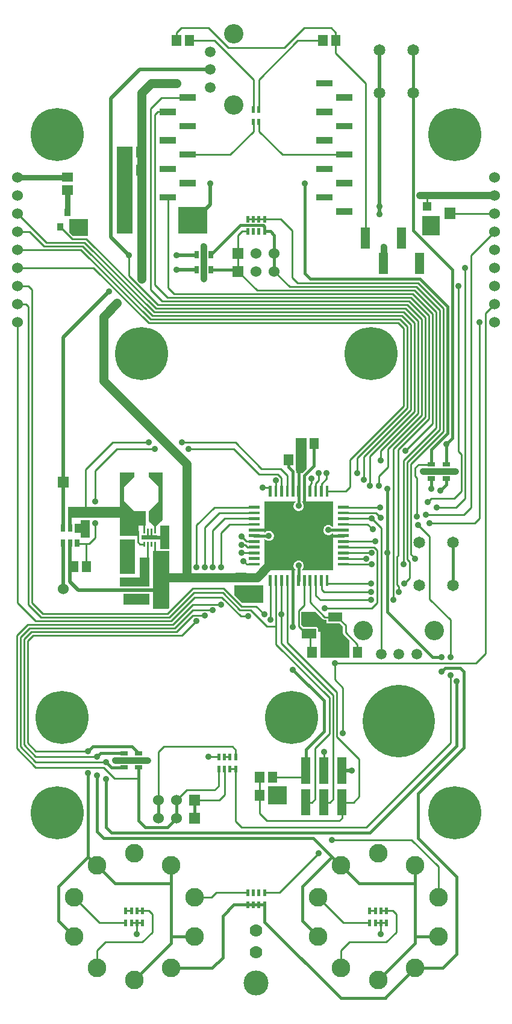
<source format=gbr>
G04 start of page 2 for group 0 idx 0 *
G04 Title: (unknown), top *
G04 Creator: pcb 20140316 *
G04 CreationDate: Thu 09 Feb 2017 01:57:55 AM GMT UTC *
G04 For: railfan *
G04 Format: Gerber/RS-274X *
G04 PCB-Dimensions (mil): 2750.00 5500.00 *
G04 PCB-Coordinate-Origin: lower left *
%MOIN*%
%FSLAX25Y25*%
%LNTOP*%
%ADD48C,0.1180*%
%ADD47C,0.0870*%
%ADD46C,0.0390*%
%ADD45C,0.2500*%
%ADD44C,0.0730*%
%ADD43C,0.1285*%
%ADD42C,0.0380*%
%ADD41C,0.0360*%
%ADD40R,0.0340X0.0340*%
%ADD39R,0.0630X0.0630*%
%ADD38R,0.0350X0.0350*%
%ADD37R,0.0470X0.0470*%
%ADD36R,0.0500X0.0500*%
%ADD35R,0.0240X0.0240*%
%ADD34R,0.0167X0.0167*%
%ADD33R,0.0230X0.0230*%
%ADD32R,0.0240X0.0240*%
%ADD31R,0.0197X0.0197*%
%ADD30R,0.0098X0.0098*%
%ADD29R,0.0512X0.0512*%
%ADD28R,0.0157X0.0157*%
%ADD27C,0.1380*%
%ADD26C,0.0700*%
%ADD25C,0.0650*%
%ADD24C,0.1070*%
%ADD23C,0.0590*%
%ADD22C,0.4000*%
%ADD21C,0.1030*%
%ADD20C,0.2937*%
%ADD19C,0.0600*%
%ADD18C,0.0300*%
%ADD17C,0.0400*%
%ADD16C,0.0350*%
%ADD15C,0.0150*%
%ADD14C,0.0500*%
%ADD13C,0.0100*%
%ADD12C,0.0200*%
%ADD11C,0.0001*%
G54D11*G36*
X81500Y271000D02*X78500Y274000D01*
Y278000D01*
X85000D01*
Y274500D01*
X81500Y271000D01*
G37*
G36*
X94500Y447000D02*X110500D01*
Y432500D01*
X94500D01*
Y447000D01*
G37*
G36*
X69000Y480500D02*Y432500D01*
X60500D01*
Y480500D01*
X69000D01*
G37*
G36*
X34000Y433221D02*Y440500D01*
X44500D01*
Y431000D01*
X43559D01*
X43500Y431005D01*
X43441Y431000D01*
X36221D01*
X34000Y433221D01*
G37*
G36*
X142000Y284500D02*X159250D01*
Y284188D01*
X159014Y283986D01*
X158728Y283651D01*
X158497Y283275D01*
X158329Y282868D01*
X158226Y282439D01*
X158191Y282000D01*
X158226Y281561D01*
X158329Y281132D01*
X158497Y280725D01*
X158728Y280349D01*
X159014Y280014D01*
X159349Y279728D01*
X159725Y279497D01*
X160132Y279329D01*
X160561Y279226D01*
X161000Y279191D01*
X161439Y279226D01*
X161868Y279329D01*
X162275Y279497D01*
X162651Y279728D01*
X162986Y280014D01*
X163272Y280349D01*
X163503Y280725D01*
X163671Y281132D01*
X163774Y281561D01*
X163800Y282000D01*
X163774Y282439D01*
X163671Y282868D01*
X163503Y283275D01*
X163272Y283651D01*
X162986Y283986D01*
X162750Y284188D01*
Y284500D01*
X180000D01*
Y270399D01*
X179688D01*
X179486Y270635D01*
X179151Y270921D01*
X178775Y271151D01*
X178368Y271320D01*
X177939Y271423D01*
X177500Y271457D01*
X177061Y271423D01*
X176632Y271320D01*
X176225Y271151D01*
X175849Y270921D01*
X175514Y270635D01*
X175228Y270300D01*
X174997Y269924D01*
X174829Y269517D01*
X174726Y269088D01*
X174691Y268649D01*
X174726Y268209D01*
X174829Y267781D01*
X174997Y267374D01*
X175228Y266998D01*
X175514Y266663D01*
X175849Y266377D01*
X176225Y266146D01*
X176632Y265978D01*
X177061Y265875D01*
X177500Y265840D01*
X177939Y265875D01*
X178368Y265978D01*
X178775Y266146D01*
X179151Y266377D01*
X179486Y266663D01*
X179688Y266899D01*
X180000D01*
Y246500D01*
X162750D01*
Y246812D01*
X162986Y247014D01*
X163272Y247349D01*
X163503Y247725D01*
X163671Y248132D01*
X163774Y248561D01*
X163800Y249000D01*
X163774Y249439D01*
X163671Y249868D01*
X163503Y250275D01*
X163272Y250651D01*
X162986Y250986D01*
X162651Y251272D01*
X162275Y251503D01*
X161868Y251671D01*
X161439Y251774D01*
X161000Y251809D01*
X160561Y251774D01*
X160132Y251671D01*
X159725Y251503D01*
X159349Y251272D01*
X159014Y250986D01*
X158728Y250651D01*
X158497Y250275D01*
X158329Y249868D01*
X158226Y249439D01*
X158191Y249000D01*
X158226Y248561D01*
X158329Y248132D01*
X158497Y247725D01*
X158728Y247349D01*
X159014Y247014D01*
X159250Y246812D01*
Y246500D01*
X142000D01*
Y263750D01*
X142312D01*
X142514Y263514D01*
X142849Y263228D01*
X143225Y262997D01*
X143632Y262829D01*
X144061Y262726D01*
X144500Y262691D01*
X144939Y262726D01*
X145368Y262829D01*
X145775Y262997D01*
X146151Y263228D01*
X146486Y263514D01*
X146772Y263849D01*
X147003Y264225D01*
X147171Y264632D01*
X147274Y265061D01*
X147300Y265500D01*
X147274Y265939D01*
X147171Y266368D01*
X147003Y266775D01*
X146772Y267151D01*
X146486Y267486D01*
X146151Y267772D01*
X145775Y268003D01*
X145368Y268171D01*
X144939Y268274D01*
X144500Y268309D01*
X144061Y268274D01*
X143632Y268171D01*
X143225Y268003D01*
X142849Y267772D01*
X142514Y267486D01*
X142312Y267250D01*
X142000D01*
Y284500D01*
G37*
G36*
X173000Y198000D02*Y214500D01*
X185500D01*
Y212059D01*
X185495Y212000D01*
X185514Y211765D01*
X185569Y211535D01*
X185659Y211317D01*
X185783Y211116D01*
X185783Y211115D01*
X185936Y210936D01*
X185981Y210898D01*
X189000Y207879D01*
Y198000D01*
X173000D01*
G37*
G36*
X162621Y223500D02*X170379D01*
X174398Y219481D01*
X174436Y219436D01*
X174615Y219283D01*
X174616Y219283D01*
X174817Y219159D01*
X175035Y219069D01*
X175265Y219014D01*
X175500Y218995D01*
X175559Y219000D01*
X176000D01*
Y212500D01*
X171647D01*
X171644Y214188D01*
X171607Y214341D01*
X171547Y214486D01*
X171465Y214621D01*
X171362Y214740D01*
X171243Y214843D01*
X171108Y214925D01*
X170963Y214985D01*
X170810Y215022D01*
X170653Y215031D01*
X163598Y215023D01*
X162500Y216121D01*
Y223379D01*
X162621Y223500D01*
G37*
G36*
X174500Y213000D02*Y219000D01*
X175441D01*
X175500Y218995D01*
X175559Y219000D01*
X176354D01*
X176356Y217812D01*
X176393Y217659D01*
X176453Y217514D01*
X176535Y217379D01*
X176638Y217260D01*
X176757Y217157D01*
X176892Y217075D01*
X177037Y217015D01*
X177190Y216978D01*
X177347Y216969D01*
X183902Y216977D01*
X185500Y215379D01*
Y213000D01*
X174500D01*
G37*
G36*
X144000Y127000D02*X154500D01*
Y117000D01*
X144000D01*
Y127000D01*
G37*
G36*
X229500Y442000D02*X239000D01*
Y431500D01*
X229500D01*
Y442000D01*
G37*
G36*
X159500Y319500D02*X165500D01*
Y302475D01*
X163025Y300000D01*
X159601D01*
Y301080D01*
X159607Y301149D01*
X159585Y301423D01*
X159585Y301423D01*
X159521Y301691D01*
X159500Y301741D01*
Y319500D01*
G37*
G36*
X84500Y258000D02*Y271000D01*
X89500D01*
Y258000D01*
X84500D01*
G37*
G36*
X62000Y244500D02*Y263500D01*
X70500D01*
Y262059D01*
X70495Y262000D01*
X70500Y261941D01*
Y244500D01*
X62000D01*
G37*
G36*
X78500Y237500D02*X73000D01*
Y253500D01*
X78500D01*
Y237500D01*
G37*
G36*
X62000D02*Y242500D01*
X78500D01*
Y237500D01*
X62000D01*
G37*
G36*
X33500Y281500D02*X65500D01*
Y275500D01*
X33500D01*
Y281500D01*
G37*
G36*
X71000Y279000D02*X76500D01*
Y271000D01*
X71000D01*
Y279000D01*
G37*
G36*
X62000Y265500D02*Y279000D01*
X72500D01*
Y265500D01*
X62000D01*
G37*
G36*
X37000Y272000D02*X45500D01*
Y267000D01*
X37000D01*
Y272000D01*
G37*
G36*
X45500Y274000D02*Y264500D01*
X40500D01*
Y274000D01*
X45500D01*
G37*
G36*
X80500Y225000D02*Y257000D01*
X89500D01*
Y225621D01*
X88879Y225000D01*
X80500D01*
G37*
G36*
X78500Y233500D02*Y227500D01*
X64000D01*
Y233500D01*
X78500D01*
G37*
G36*
X125500Y238000D02*X141500D01*
Y228500D01*
X129621D01*
X125500Y232621D01*
Y238000D01*
G37*
G54D12*X30600Y261500D02*Y236000D01*
X34500Y269700D02*Y278000D01*
Y261500D02*Y240000D01*
X39000Y235500D02*X85500D01*
G54D13*X89500Y220500D02*X18500D01*
X90500Y218500D02*X15500D01*
X13000Y212500D02*X93500D01*
G54D12*X34500Y240000D02*X39000Y235500D01*
G54D13*X19500Y222500D02*X13500Y228500D01*
X18500Y220500D02*X11500Y227500D01*
X5500Y228500D02*X15500Y218500D01*
X48500Y264500D02*X45000Y261000D01*
X43543Y248500D02*Y261000D01*
X48500Y264500D02*Y272500D01*
X45000Y261000D02*X38400D01*
G54D14*X138000Y242500D02*X86000D01*
G54D13*X118000Y267000D02*Y248000D01*
X113500Y268500D02*Y248000D01*
X109000Y270000D02*Y248000D01*
X145252Y240815D02*Y219000D01*
X137500Y226500D02*X142000Y222000D01*
X134500Y224500D02*X143500Y215500D01*
X148401D01*
X137500Y226500D02*X129500D01*
X134500Y224500D02*X128500D01*
X133000Y221000D02*X129000D01*
X129500Y226500D02*X119500Y236500D01*
X128500Y224500D02*X119000Y234000D01*
X129000Y221000D02*X118500Y231500D01*
X91500Y216500D02*X102500Y227500D01*
X92500Y214500D02*X102500Y224500D01*
X93500Y212500D02*X102500Y221500D01*
Y227500D02*X118000D01*
X102500Y224500D02*X113500D01*
X102500Y221500D02*X109000D01*
X90500Y218500D02*X103500Y231500D01*
X118500D01*
X89500Y220500D02*X103000Y234000D01*
X88500Y222500D02*X102500Y236500D01*
X103000Y234000D02*X119000D01*
X102500Y236500D02*X119500D01*
G54D12*X78500Y264500D02*X87000D01*
G54D13*X81453Y260858D02*Y255500D01*
X77516Y260858D02*Y250500D01*
X72000Y268000D02*Y262000D01*
X73142Y260858D02*X72000Y262000D01*
X73142Y260858D02*X75547D01*
Y277500D02*Y268142D01*
X79484D02*Y264500D01*
X85000Y280500D02*Y274500D01*
X81453Y270953D02*X85000Y274500D01*
X78500Y278000D02*Y273906D01*
X81453Y270953D02*X78500Y273906D01*
X81453Y278950D02*Y268142D01*
X83500Y146000D02*X86500Y149000D01*
X96500Y210500D02*X104500Y218500D01*
X170448Y240815D02*Y232552D01*
X173000Y230000D01*
X206657Y200000D02*Y269843D01*
X201552Y274948D01*
X206500Y275500D02*X203902Y278098D01*
X185685D01*
X193543Y201000D02*Y205457D01*
X187000Y212000D01*
Y216000D01*
X181472Y221528D01*
X182000Y179000D02*Y154500D01*
X178000Y176000D02*Y156000D01*
X170000Y148000D02*Y120000D01*
X182000Y154500D02*X194500Y142000D01*
X180000Y177500D02*Y120000D01*
X175000Y135740D02*Y146000D01*
X185500Y156500D02*Y181500D01*
G54D15*X175000Y157500D02*X165000Y147500D01*
Y135740D01*
G54D13*X178000Y156000D02*X170000Y148000D01*
G54D15*X175000Y157500D02*Y174350D01*
G54D13*X86500Y149000D02*X124500D01*
X126224Y147276D01*
Y143348D01*
X119925Y136652D02*Y122425D01*
X116776Y136652D02*Y127276D01*
X114500Y125000D01*
X99000D01*
X154700Y206300D02*X182000Y179000D01*
X185500Y181500D02*X181000Y186000D01*
Y195000D01*
X148401Y205599D02*X178000Y176000D01*
X151551Y205949D02*X180000Y177500D01*
G54D15*X175000Y174350D02*X157850Y191500D01*
G54D13*X167500Y201000D02*Y211500D01*
G54D15*X179500Y88244D02*X163000Y71744D01*
X194316Y73428D02*X169244Y98500D01*
G54D13*X179500Y97500D02*X223500D01*
G54D15*X163000Y71744D02*Y52898D01*
X171713Y44185D01*
G54D13*X200276Y51652D02*X185877D01*
X171713Y65816D01*
X209500Y41000D02*X189000D01*
X184428Y36428D01*
Y26684D01*
X200276Y58348D02*X203425D01*
Y51652D02*X209724D01*
X206575Y58348D02*X213152D01*
G54D15*X194316Y73428D02*X225572D01*
G54D13*X206575Y51652D02*Y45500D01*
X213152Y58348D02*X215000Y56500D01*
Y46500D01*
X209500Y41000D01*
G54D15*X205001Y20000D02*X225572Y40571D01*
X208888Y10000D02*X225572Y26684D01*
X238287Y44184D02*X225572D01*
X208944Y10056D02*X184444D01*
X142224Y52276D01*
Y61652D01*
X227000Y98500D02*Y123000D01*
Y98500D02*X248500Y77000D01*
G54D13*X223500Y97500D02*X238287Y82713D01*
Y65815D01*
G54D15*X225572Y83316D02*Y40571D01*
X248500Y77000D02*Y34500D01*
X240684Y26684D01*
X225572D01*
G54D13*X15500Y146500D02*X44500D01*
G54D15*X47000Y149000D01*
G54D13*X11000Y151000D02*X15500Y146500D01*
X9000Y150000D02*X15500Y143500D01*
X49500D02*X15500D01*
G54D15*X49500D02*X51400Y145400D01*
X64300D01*
X47000Y149000D02*X68900D01*
G54D13*X14000Y210500D02*X96500D01*
X15500Y140500D02*X54500D01*
G54D15*X57400Y137600D01*
X64300D01*
G54D13*X15500Y137500D02*X53000D01*
X11000Y207500D02*Y151000D01*
X9000Y208500D02*Y150000D01*
X7000Y209500D02*Y149000D01*
X5000Y210500D02*Y148000D01*
X7000Y149000D02*X15500Y140500D01*
X5000Y148000D02*X15500Y137500D01*
X53000D02*X59000Y131500D01*
X194500Y142000D02*Y121500D01*
X245000Y188500D02*Y151000D01*
X198500Y104500D02*X245000Y151000D01*
G54D15*X248500Y185000D02*Y149500D01*
X200500Y101500D02*X248500Y149500D01*
X227000Y123000D02*X252500Y148500D01*
G54D13*X194500Y121500D02*X191260Y118260D01*
X185000D01*
Y109500D02*Y118260D01*
G54D15*X252500Y148500D02*Y190500D01*
X240000D02*X242000Y192500D01*
X250500D01*
X252500Y190500D01*
X93500Y109500D02*Y119500D01*
X103500Y109500D02*Y119500D01*
X83500Y109500D02*Y119500D01*
X72500Y137600D02*Y108000D01*
X76000Y104500D01*
G54D13*X83500Y119500D02*Y146000D01*
G54D12*X190500Y135740D02*X185000D01*
G54D13*X146543Y132000D02*X165000D01*
G54D15*X200500Y101500D02*X57500D01*
G54D13*X139543Y111957D02*X143500Y108000D01*
X183500D02*X185000Y109500D01*
X126224Y107776D02*X129500Y104500D01*
G54D15*X76000D02*X88500D01*
X93500Y109500D01*
G54D13*X139543Y132000D02*Y111957D01*
X126224Y136652D02*Y107776D01*
X119925Y122425D02*X117000Y119500D01*
X103500D01*
X99000Y125000D02*X93500Y119500D01*
X198500Y104500D02*X129500D01*
X143500Y108000D02*X183500D01*
X170000Y120000D02*X168260Y118260D01*
X165000D01*
X180000Y120000D02*X178260Y118260D01*
X175000D01*
X111124Y143348D02*X116776D01*
X119925D02*X123075D01*
X126224Y136652D02*X123075D01*
G54D16*X59400Y141500D02*X77400D01*
G54D15*X68900Y149000D02*X72500Y145400D01*
G54D13*X65276Y58348D02*X68425D01*
Y51652D02*X74724D01*
X71575D02*Y45500D01*
X78152Y58348D02*X80000Y56500D01*
G54D15*X103287Y44184D02*X90572D01*
X119000Y55500D02*Y32500D01*
X113184Y26684D01*
X90572D01*
G54D13*X80000Y56500D02*Y46500D01*
X74500Y41000D01*
G54D15*X70001Y20000D02*X90572Y40571D01*
Y83316D02*Y40571D01*
G54D13*X71575Y58348D02*X78152D01*
G54D15*X59316Y73428D02*X90572D01*
X44500Y88244D02*X28000Y71744D01*
Y52898D01*
X36713Y44185D01*
G54D13*X65276Y51652D02*X50877D01*
X36713Y65816D01*
X74500Y41000D02*X54000D01*
X49428Y36428D01*
Y26684D01*
X132776Y68348D02*X115348D01*
X112815Y65815D01*
X103287D01*
G54D15*X142224Y61652D02*X125152D01*
X119000Y55500D01*
X53000Y98500D02*X169244D01*
G54D13*X142224Y68348D02*X150348D01*
X172000Y90000D01*
G54D15*X44500Y88244D02*X59316Y73428D01*
X53000Y98500D02*X49500Y102000D01*
X57500Y101500D02*X54500Y104500D01*
X49500Y102000D02*Y133000D01*
X54500Y104500D02*Y131000D01*
X44500Y134500D02*Y88244D01*
G54D13*X59000Y131500D02*X72500D01*
X77516Y268142D02*Y264500D01*
G54D15*X177500Y268649D02*X185685D01*
X136315Y265500D02*X144500D01*
X179500D02*X185685D01*
X136315Y268650D02*X142500D01*
G54D13*X104500Y271500D02*Y248000D01*
X136315Y256052D02*X129500D01*
X136315Y259201D02*X132799D01*
X131500Y260500D01*
X129500D01*
X136315Y262351D02*X132149D01*
X129500Y265000D01*
X233500D02*X227000Y271500D01*
X216000Y254500D02*X215500Y254000D01*
X154700Y206300D02*Y240815D01*
X151551Y205949D02*Y240815D01*
X148401Y205599D02*Y240815D01*
G54D15*X157850D02*Y215000D01*
G54D13*X167299Y240815D02*Y228701D01*
X215500Y254000D02*Y238500D01*
X216500Y237500D01*
Y234500D01*
X167299Y228701D02*X175500Y220500D01*
X164149Y227149D02*X161000Y224000D01*
Y215500D01*
X165028Y211472D01*
X175500Y220500D02*X180783D01*
X233500Y230500D02*X245000Y219000D01*
Y198500D01*
G54D15*X210000Y223500D02*X235000Y198500D01*
X240000D01*
G54D13*X164149Y240815D02*Y227149D01*
X136315Y271800D02*X122800D01*
X118000Y267000D01*
X136315Y274949D02*X119949D01*
X136315Y278099D02*X117099D01*
X136315Y281248D02*X114248D01*
X119949Y274949D02*X113500Y268500D01*
X117099Y278099D02*X109000Y270000D01*
X114248Y281248D02*X104500Y271500D01*
X247000Y286000D02*X251000Y290000D01*
G54D15*X161000Y240815D02*Y249000D01*
Y290185D02*Y282000D01*
X157850Y240815D02*Y247000D01*
X164150Y290185D02*Y284000D01*
G54D14*X144500Y249000D02*X138000Y242500D01*
G54D13*X136315Y249752D02*X132248D01*
X130500Y251500D01*
X269500Y443500D02*X244750D01*
G54D17*X228000Y453500D02*X269500D01*
G54D15*X224350Y533800D02*Y434150D01*
G54D13*X231950Y447400D02*Y453500D01*
X256500Y420500D02*X269500Y433500D01*
G54D15*X228000Y407500D02*X167500D01*
G54D12*X205650Y533800D02*Y447500D01*
G54D16*X208000Y415913D02*Y425000D01*
G54D13*X198000Y430087D02*Y504543D01*
Y504500D02*Y515500D01*
G54D12*X205650Y447500D02*Y443000D01*
G54D13*X198000Y515500D02*X181543Y531957D01*
G54D15*X224350Y434150D02*X246000Y412500D01*
G54D13*X160500Y405000D02*X227000D01*
X156000Y403000D02*X226000D01*
X138000Y401000D02*X225000D01*
X92000Y399000D02*X224000D01*
X88500Y397000D02*X223000D01*
X85500Y395000D02*X222000D01*
X83000Y393000D02*X221000D01*
X82000Y391000D02*X220000D01*
X81000Y389000D02*X219000D01*
X80000Y387000D02*X218000D01*
X79000Y385000D02*X217000D01*
X78000Y383000D02*X216000D01*
X227000Y405000D02*X241000Y391000D01*
X226000Y403000D02*X239000Y390000D01*
X225000Y401000D02*X237000Y389000D01*
X229000Y385000D02*X221000Y393000D01*
X227000Y384000D02*X220000Y391000D01*
X225000Y383000D02*X219000Y389000D01*
X218000Y387000D02*X223000Y382000D01*
X217000Y385000D02*X221000Y381000D01*
X219000Y380000D02*X216000Y383000D01*
X223000Y397000D02*X233000Y387000D01*
X222000Y395000D02*X231000Y386000D01*
X235000Y388000D02*X224000Y399000D01*
X222000Y395000D02*X222250Y394750D01*
G54D15*X243500Y392000D02*X228000Y407500D01*
G54D13*X186299Y476063D02*X151937D01*
X123063D02*X99685D01*
X151937D02*X139075Y488925D01*
G54D15*X164500Y460000D02*Y410500D01*
X167500Y407500D01*
G54D12*X112000Y460000D02*Y448500D01*
X107000Y443500D01*
G54D16*X108500Y425600D02*Y407600D01*
G54D13*X139075Y488925D02*Y494152D01*
X135925Y500848D02*Y517575D01*
X139075D02*Y500848D01*
X123063Y476063D02*X135925Y488925D01*
Y494152D02*Y488925D01*
G54D12*X73000Y523000D02*X112000D01*
G54D13*X135925Y517575D02*X114500Y539000D01*
X100543D01*
X139075Y517575D02*X160500Y539000D01*
X122000Y535000D02*X153000D01*
X160500Y539000D02*X174457D01*
X181543Y543457D02*X179000Y546000D01*
X164000D02*X179000D01*
X164000D02*X153000Y535000D01*
X181543Y543457D02*Y531957D01*
X93457Y539000D02*Y543457D01*
X96000Y546000D01*
X111000D01*
X122000Y535000D01*
G54D18*X33000Y456457D02*Y444200D01*
X5500Y463500D02*X33000D01*
G54D13*X47500Y413500D02*X5500D01*
Y433500D02*X12000D01*
X20000Y425500D01*
X21500Y427500D02*X5500Y443500D01*
Y423500D02*X40500D01*
X20000Y425500D02*X41500D01*
X42500Y427500D02*X21500D01*
X43500Y429500D02*X35600D01*
X29100Y436000D01*
X127500Y411500D02*Y431500D01*
X129652Y433652D01*
X132776D01*
G54D15*X128700Y437000D02*X112400Y420700D01*
X147500Y431500D02*X145348Y433652D01*
X142224D01*
G54D13*X132776Y440348D02*X151152D01*
X157500Y434000D01*
G54D15*X142224Y433652D02*Y436276D01*
X141500Y437000D01*
X128700D01*
X147500Y431500D02*Y411500D01*
G54D13*X157500Y434000D02*Y408000D01*
X147500Y411500D02*X156000Y403000D01*
X157500Y408000D02*X160500Y405000D01*
X40500Y423500D02*X79000Y385000D01*
X41500Y425500D02*X80000Y387000D01*
X81000Y389000D02*X42500Y427500D01*
X82000Y391000D02*X43500Y429500D01*
X67000Y420500D02*Y409000D01*
X5500Y393500D02*X10000D01*
X11500Y392000D01*
X5500Y403500D02*X11500D01*
X13500Y401500D01*
X83000Y393000D02*X67000Y409000D01*
X78000Y383000D02*X47500Y413500D01*
G54D14*X60500Y394000D02*X53000Y386500D01*
Y351000D01*
G54D12*X30600Y375100D02*X56000Y400500D01*
G54D13*X99685Y507559D02*X85059D01*
G54D14*X79500Y515500D02*X93500D01*
G54D12*X73000Y523000D02*X57000Y507000D01*
G54D13*X85059Y507559D02*X79000Y501500D01*
X88701Y499685D02*X83185D01*
X81500Y498000D01*
X88701Y452441D02*Y402299D01*
X92000Y399000D01*
X81500Y404000D02*X88500Y397000D01*
X79000Y401500D02*X85500Y395000D01*
G54D12*X93500Y412500D02*X104600D01*
X93500Y420500D02*X104600D01*
G54D13*X81500Y498000D02*Y404000D01*
X79000Y501500D02*Y401500D01*
G54D14*X74000Y407500D02*Y510000D01*
X79500Y515500D01*
G54D12*X57000Y507000D02*Y430500D01*
X67000Y420500D01*
G54D13*X185685Y256051D02*X201500D01*
X185685Y259200D02*X202800D01*
X204500Y257500D01*
X185685Y262350D02*X203500D01*
X173598Y240815D02*Y235902D01*
X175000Y234500D01*
X201000D01*
Y239000D02*X176748D01*
X185685Y249752D02*X201500D01*
X185685Y252901D02*X198500D01*
G54D15*X246350Y238200D02*Y261800D01*
G54D13*X233500Y265000D02*Y230500D01*
X259000Y195000D02*X181000D01*
X175500Y225500D02*X201500D01*
X204500Y228500D01*
X173000Y230000D02*X201000D01*
X204500Y228500D02*Y257500D01*
G54D15*X210000Y256051D02*Y223500D01*
G54D13*X206000Y281000D02*X185685D01*
X221000Y252500D02*X222500Y251000D01*
Y242000D01*
X219500Y239000D01*
X223000Y255401D02*X225500Y252901D01*
X170449Y290185D02*Y294449D01*
X172000Y296000D01*
Y300000D01*
X173599Y290185D02*Y294099D01*
X176500Y297000D01*
Y300000D01*
X176748Y290185D02*X187185D01*
X185685Y274948D02*X201552D01*
X185685Y271799D02*X199201D01*
X202000Y269000D01*
X187185Y290185D02*X189500Y292500D01*
X200500Y293000D02*Y309500D01*
X197000Y309000D02*Y296500D01*
X193500Y300000D02*Y308500D01*
X205500Y298500D02*Y293000D01*
X167300Y290185D02*Y293800D01*
G54D15*X164150Y290185D02*Y298650D01*
X169543Y304043D01*
Y316500D01*
G54D13*X167300Y293800D02*X168000Y294500D01*
Y297000D01*
X210500Y303500D02*X205500Y298500D01*
G54D15*X234500Y297100D02*Y291500D01*
G54D16*X229600Y301000D02*X247600D01*
G54D15*X239500Y290500D02*X242700Y293700D01*
Y297100D01*
G54D13*X226500Y276000D02*Y297500D01*
X225500Y298500D01*
Y303000D01*
X227400Y304900D01*
X234500D01*
X264500Y388500D02*Y200500D01*
X259000Y195000D01*
X261000Y383500D02*Y275000D01*
X258500Y272500D01*
X233500D02*X258500D01*
X231500Y277000D02*X252500D01*
X256500Y281000D01*
X237500D02*X248000D01*
X232500Y284000D02*X234500Y286000D01*
X247000D01*
X249500Y312000D02*X251000Y310500D01*
Y290000D01*
G54D15*X246000Y319500D02*X242700Y316200D01*
Y304900D01*
G54D13*X269500Y393500D02*X264500Y388500D01*
X256500Y281000D02*Y420500D01*
X248000Y281000D02*X253000Y286000D01*
Y413500D01*
X249500Y312000D02*Y403500D01*
G54D15*X246000Y319500D02*Y412500D01*
G54D13*X241000Y323000D02*Y391000D01*
X239000Y390000D02*Y324000D01*
X237000Y325000D02*Y389000D01*
X235000Y388000D02*Y327500D01*
X233000Y387000D02*Y330000D01*
X231000Y386000D02*Y331000D01*
X229000Y332000D02*Y385000D01*
X227000Y384000D02*Y333000D01*
G54D15*X243500Y322000D02*Y392000D01*
G54D13*X221000Y306000D02*Y252500D01*
X219000Y249752D02*Y307000D01*
X225000Y334000D02*Y383000D01*
X223000Y382000D02*Y335000D01*
X221000Y336000D02*Y381000D01*
X219000Y380000D02*Y337000D01*
X227000Y333000D02*X206500Y312500D01*
X200500Y309500D02*X225000Y334000D01*
X223000Y335000D02*X197000Y309000D01*
X193500Y308500D02*X221000Y336000D01*
X219000Y337000D02*X189500Y307500D01*
X206500Y312500D02*Y307000D01*
X189500Y307500D02*Y292500D01*
X220000Y312500D02*X235000Y327500D01*
X233000Y330000D02*X216000Y313000D01*
X231000Y331000D02*X213500Y313500D01*
X210500D02*X229000Y332000D01*
G54D15*X234500Y313000D02*Y304900D01*
G54D13*X210500Y313500D02*Y303500D01*
X216000Y313000D02*Y254500D01*
X223000Y255401D02*Y305000D01*
G54D15*X210000Y256051D02*Y291500D01*
X243500Y322000D02*X234500Y313000D01*
G54D13*X239000Y324000D02*X221000Y306000D01*
X219000Y307000D02*X237000Y325000D01*
X223000Y305000D02*X241000Y323000D01*
X213500Y230000D02*Y313500D01*
X92500Y214500D02*X12000D01*
X91500Y216500D02*X11000D01*
X19500Y222500D02*X88500D01*
X14000Y210500D02*X11000Y207500D01*
X13000Y212500D02*X9000Y208500D01*
X12000Y214500D02*X7000Y209500D01*
X11000Y216500D02*X5000Y210500D01*
G54D14*X99000Y242500D02*Y305000D01*
X53000Y351000D01*
G54D13*X78000Y317000D02*X58000D01*
X81500Y313500D02*X60500D01*
X5500Y383500D02*Y228500D01*
X11500Y392000D02*Y227500D01*
X13500Y401500D02*Y228500D01*
G54D12*X30600Y375100D02*Y269700D01*
G54D13*X48500Y284500D02*Y301500D01*
X58000Y317000D02*X43000Y302000D01*
Y278500D01*
X48500Y301500D02*X60500Y313500D01*
X127500Y411500D02*X138000Y401000D01*
G54D15*X112400Y412500D02*X127500D01*
G54D13*X126000Y317000D02*X96500D01*
X125000Y313500D02*X100000D01*
X141000Y292000D02*X145252D01*
X148402Y290185D02*Y296000D01*
X151552Y290185D02*Y297448D01*
G54D15*X157851Y290185D02*Y301149D01*
X155500Y303500D01*
Y307500D01*
X161000Y290185D02*Y307500D01*
G54D13*X154701Y290185D02*Y298799D01*
X151552Y297448D02*X149500Y299500D01*
X154701Y298799D02*X151000Y302500D01*
X149500Y299500D02*X139000D01*
X151000Y302500D02*X140500D01*
X125000Y313500D02*X139000Y299500D01*
X126000Y317000D02*X140500Y302500D01*
G54D19*X269500Y383500D03*
Y393500D03*
Y403500D03*
Y413500D03*
Y423500D03*
Y433500D03*
Y443500D03*
Y453500D03*
Y463500D03*
X5500Y413500D03*
Y423500D03*
Y433500D03*
Y443500D03*
Y383500D03*
Y393500D03*
Y403500D03*
G54D20*X74000Y366000D03*
G54D19*X5500Y453500D03*
Y463500D03*
G54D20*X27500Y112500D03*
X30000Y165000D03*
G54D11*G36*
X27600Y298000D02*Y292000D01*
X33600D01*
Y298000D01*
X27600D01*
G37*
G54D19*X30600Y236000D03*
G54D21*X49428Y83316D03*
X69999Y90000D03*
G54D20*X27500Y487000D03*
X247500Y112500D03*
X157000Y165000D03*
G54D21*X204999Y90000D03*
X205001Y20000D03*
X225572Y83316D03*
X238287Y65815D03*
Y44184D03*
X225572Y26684D03*
G54D22*X216500Y163000D03*
G54D23*X226343Y200000D03*
X216500D03*
X206657D03*
G54D24*X236185Y212992D03*
X196815D03*
G54D25*X227650Y238200D03*
Y261800D03*
X246350Y238200D03*
Y261800D03*
G54D20*X201000Y366000D03*
X247500Y487000D03*
G54D25*X205650Y510200D03*
Y533800D03*
X224350Y510200D03*
Y533800D03*
G54D11*G36*
X124500Y424500D02*Y418500D01*
X130500D01*
Y424500D01*
X124500D01*
G37*
G54D19*X137500Y421500D03*
X147500D03*
G54D11*G36*
X124500Y414500D02*Y408500D01*
X130500D01*
Y414500D01*
X124500D01*
G37*
G54D19*X137500Y411500D03*
X147500D03*
G54D23*X112000Y513157D03*
G54D24*X124992Y503315D03*
G54D23*X112000Y523000D03*
Y532843D03*
G54D24*X124992Y542685D03*
G54D11*G36*
X100500Y112500D02*Y106500D01*
X106500D01*
Y112500D01*
X100500D01*
G37*
G54D19*X93500Y109500D03*
X83500D03*
G54D11*G36*
X100500Y122500D02*Y116500D01*
X106500D01*
Y122500D01*
X100500D01*
G37*
G54D19*X93500Y119500D03*
X83500D03*
G54D21*X184428Y83316D03*
Y26684D03*
X171713Y44185D03*
Y65816D03*
X90572Y83316D03*
X103287Y65815D03*
X36713Y65816D03*
X103287Y44184D03*
X36713Y44185D03*
G54D26*X137500Y47300D03*
G54D21*X90572Y26684D03*
X70001Y20000D03*
X49428Y26684D03*
G54D27*X137500Y18500D03*
G54D26*Y35500D03*
G54D28*X154700Y243028D02*Y238602D01*
X157850Y243028D02*Y238602D01*
X161000Y243028D02*Y238602D01*
X164149Y243028D02*Y238602D01*
X145252Y243028D02*Y238602D01*
X148401Y243028D02*Y238602D01*
X151551Y243028D02*Y238602D01*
G54D29*X128607Y242543D02*X129393D01*
G54D28*X167299Y243028D02*Y238602D01*
G54D29*X83043Y230893D02*Y230107D01*
X75957Y230893D02*Y230107D01*
Y240893D02*Y240107D01*
X128607Y235457D02*X129393D01*
X75957Y250893D02*Y250107D01*
X83043Y250893D02*Y250107D01*
Y240893D02*Y240107D01*
X64607Y247043D02*X65393D01*
X64607Y260957D02*X65393D01*
X64607Y239957D02*X65393D01*
G54D30*X75547Y261744D02*Y259972D01*
X77516Y261744D02*Y259972D01*
X79484Y261744D02*Y259972D01*
X81453Y261744D02*Y259972D01*
G54D31*X75547Y264500D02*X81453D01*
G54D32*X75370D02*X81630D01*
G54D30*X81453Y269028D02*Y267256D01*
G54D33*X79100Y277800D02*X84700D01*
G54D11*G36*
X77956Y278950D02*X83550Y284544D01*
X85671Y282423D01*
X80077Y276829D01*
X77956Y278950D01*
G37*
G36*
X81550Y280950D02*Y276950D01*
X85550D01*
Y280950D01*
X81550D01*
G37*
G54D30*X79484Y269028D02*Y267256D01*
X77516Y269028D02*Y267256D01*
X75547Y269028D02*Y267256D01*
G54D29*X64607Y268043D02*X65393D01*
G54D33*X63300Y299200D02*Y277800D01*
X68900D01*
G54D11*G36*
X64450Y284544D02*X70044Y278950D01*
X67923Y276829D01*
X62329Y282423D01*
X64450Y284544D01*
G37*
G36*
X62450Y280950D02*Y276950D01*
X66450D01*
Y280950D01*
X62450D01*
G37*
G36*
X80077Y300171D02*X85671Y294577D01*
X83550Y292456D01*
X77956Y298050D01*
X80077Y300171D01*
G37*
G54D29*X162457Y316893D02*Y316107D01*
X155457Y307893D02*Y307107D01*
X162543Y307893D02*Y307107D01*
G54D33*X63300Y299200D02*X68900D01*
G54D11*G36*
X62329Y294577D02*X67923Y300171D01*
X70044Y298050D01*
X64450Y292456D01*
X62329Y294577D01*
G37*
G36*
X62450Y300050D02*Y296050D01*
X66450D01*
Y300050D01*
X62450D01*
G37*
G54D33*X84700Y299200D02*Y277800D01*
X79100Y299200D02*X84700D01*
G54D11*G36*
X81550Y300050D02*Y296050D01*
X85550D01*
Y300050D01*
X81550D01*
G37*
G54D34*X65276Y52587D02*Y50717D01*
Y59283D02*Y57413D01*
X68425Y52587D02*Y50717D01*
Y59283D02*Y57413D01*
X71575Y52587D02*Y50717D01*
X74724Y52587D02*Y50717D01*
Y59283D02*Y57413D01*
X71575Y59283D02*Y57413D01*
G54D35*X71700Y137600D02*X73300D01*
X63500D02*X65100D01*
X71700Y141500D02*X73300D01*
X63500D02*X65100D01*
X71700Y145400D02*X73300D01*
X63500D02*X65100D01*
G54D34*X132776Y62587D02*Y60717D01*
Y69283D02*Y67413D01*
X135925Y62587D02*Y60717D01*
Y69283D02*Y67413D01*
X139075Y62587D02*Y60717D01*
X142224Y62587D02*Y60717D01*
Y69283D02*Y67413D01*
X139075Y69283D02*Y67413D01*
G54D36*X165000Y123004D02*Y113516D01*
Y140484D02*Y130996D01*
G54D29*X139457Y122393D02*Y121607D01*
X146543Y122393D02*Y121607D01*
X139457Y132393D02*Y131607D01*
X146543Y132393D02*Y131607D01*
G54D34*X116776Y137587D02*Y135717D01*
Y144283D02*Y142413D01*
X119925Y137587D02*Y135717D01*
X123075Y137587D02*Y135717D01*
X126224Y137587D02*Y135717D01*
Y144283D02*Y142413D01*
X123075Y144283D02*Y142413D01*
X119925Y144283D02*Y142413D01*
G54D28*X170448Y243028D02*Y238602D01*
X173598Y243028D02*Y238602D01*
X176748Y243028D02*Y238602D01*
X183472Y249752D02*X187898D01*
G54D29*X179906Y220528D02*X182661D01*
X179906Y211472D02*X182661D01*
X168457Y201393D02*Y200607D01*
X165339Y220528D02*X168094D01*
X165339Y211472D02*X168094D01*
X175543Y201393D02*Y200607D01*
G54D36*X175000Y123004D02*Y113516D01*
X185000Y123004D02*Y113516D01*
Y140484D02*Y130996D01*
X175000Y140484D02*Y130996D01*
G54D28*X183472Y252901D02*X187898D01*
X183472Y256051D02*X187898D01*
X183472Y259200D02*X187898D01*
X183472Y262350D02*X187898D01*
X183472Y265500D02*X187898D01*
X183472Y268649D02*X187898D01*
X183472Y271799D02*X187898D01*
X183472Y274948D02*X187898D01*
X183472Y278098D02*X187898D01*
X183472Y281248D02*X187898D01*
G54D29*X193543Y201393D02*Y200607D01*
X186457Y201393D02*Y200607D01*
G54D28*X176748Y292398D02*Y287972D01*
X173599Y292398D02*Y287972D01*
X170449Y292398D02*Y287972D01*
X167300Y292398D02*Y287972D01*
X164150Y292398D02*Y287972D01*
X161000Y292398D02*Y287972D01*
X157851Y292398D02*Y287972D01*
G54D29*X169543Y316893D02*Y316107D01*
G54D35*X233700Y304900D02*X235300D01*
X241900D02*X243500D01*
X233700Y301000D02*X235300D01*
X233700Y297100D02*X235300D01*
X241900D02*X243500D01*
X241900Y301000D02*X243500D01*
G54D28*X154701Y292398D02*Y287972D01*
X151552Y292398D02*Y287972D01*
X148402Y292398D02*Y287972D01*
X145252Y292398D02*Y287972D01*
X134102Y281248D02*X138528D01*
X134102Y278099D02*X138528D01*
X134102Y274949D02*X138528D01*
X134102Y271800D02*X138528D01*
X134102Y268650D02*X138528D01*
X134102Y265500D02*X138528D01*
X134102Y262351D02*X138528D01*
X134102Y259201D02*X138528D01*
X134102Y256052D02*X138528D01*
X134102Y252902D02*X138528D01*
X134102Y249752D02*X138528D01*
G54D34*X132776Y434587D02*Y432717D01*
X135925Y434587D02*Y432717D01*
X139075Y434587D02*Y432717D01*
X142224Y434587D02*Y432717D01*
Y441283D02*Y439413D01*
X139075Y441283D02*Y439413D01*
X135925Y441283D02*Y439413D01*
X132776Y441283D02*Y439413D01*
G54D37*X231950Y447401D02*Y447400D01*
G54D38*X172559Y452441D02*X178071D01*
X183543Y444567D02*X189055D01*
X183543Y460315D02*X189055D01*
G54D37*X231950Y439600D02*Y439599D01*
G54D36*X198000Y433413D02*Y426760D01*
X208000Y419240D02*Y412587D01*
X218000Y433413D02*Y426760D01*
X228000Y419240D02*Y412587D01*
G54D39*X244750Y443500D02*Y443499D01*
G54D34*X200276Y52587D02*Y50717D01*
Y59283D02*Y57413D01*
X203425Y52587D02*Y50717D01*
Y59283D02*Y57413D01*
X206575Y52587D02*Y50717D01*
X209724Y52587D02*Y50717D01*
Y59283D02*Y57413D01*
X206575Y59283D02*Y57413D01*
G54D19*X216500Y179250D03*
X205010Y174490D03*
X227990D03*
X216500Y146750D03*
X205010Y151510D03*
X227990D03*
X200250Y163000D03*
X232750D03*
G54D29*X73543Y467893D02*Y467107D01*
Y477893D02*Y477107D01*
X66457Y467893D02*Y467107D01*
Y477893D02*Y477107D01*
G54D38*X85945Y499685D02*X91457D01*
X85945Y483937D02*X91457D01*
X85945Y468189D02*X91457D01*
G54D29*X93457Y539393D02*Y538607D01*
X100543Y539393D02*Y538607D01*
G54D38*X85945Y515433D02*X91457D01*
X96929Y476063D02*X102441D01*
X96929Y491811D02*X102441D01*
X96929Y507559D02*X102441D01*
G54D34*X135925Y495087D02*Y493217D01*
X139075Y495087D02*Y493217D01*
Y501783D02*Y499913D01*
X135925Y501783D02*Y499913D01*
G54D29*X181543Y539393D02*Y538607D01*
X174457Y539393D02*Y538607D01*
G54D38*X172559Y515433D02*X178071D01*
X172559Y499685D02*X178071D01*
X172559Y483937D02*X178071D01*
X172559Y468189D02*X178071D01*
X183543Y476063D02*X189055D01*
X183543Y491811D02*X189055D01*
X183543Y507559D02*X189055D01*
G54D35*X30600Y262300D02*Y260700D01*
Y270500D02*Y268900D01*
X34500Y262300D02*Y260700D01*
Y270500D02*Y268900D01*
X38400Y262300D02*Y260700D01*
Y270500D02*Y268900D01*
G54D29*X36457Y248893D02*Y248107D01*
X43543Y248893D02*Y248107D01*
G54D40*X29100Y436300D02*Y435700D01*
X36900Y436300D02*Y435700D01*
X33000Y444500D02*Y443900D01*
G54D29*X32607Y456457D02*X33393D01*
X32607Y463543D02*X33393D01*
G54D38*X85945Y452441D02*X91457D01*
X96929Y444567D02*X102441D01*
X96929Y460315D02*X102441D01*
G54D35*X104600Y413300D02*Y411700D01*
X108500Y413300D02*Y411700D01*
X112400Y413300D02*Y411700D01*
Y421500D02*Y419900D01*
X108500Y421500D02*Y419900D01*
X104600Y421500D02*Y419900D01*
G54D41*X177500Y268649D03*
X161000Y282000D03*
X172000Y300000D03*
X176500D03*
X168000Y297000D03*
X141000Y292000D03*
X148402Y296000D03*
X145252Y219000D03*
X134500Y231000D03*
X142000Y222000D03*
X133000Y221000D03*
X139000Y231000D03*
X130500Y251500D03*
X181000Y195000D03*
X201000Y230000D03*
Y234500D03*
X213500Y230000D03*
X201000Y239000D03*
X216500Y234500D03*
X219500Y239000D03*
X219000Y249752D03*
X225500Y252901D03*
X201500Y249752D03*
X198500Y252901D03*
X203500Y262350D03*
X190500Y135740D03*
X175000Y146000D03*
X176500Y206500D03*
X185500Y156500D03*
X202000Y269000D03*
X206000Y281000D03*
X206500Y275500D03*
X201552Y274948D03*
X233500Y272500D03*
X231500Y277000D03*
X237500Y281000D03*
X232500Y284000D03*
X239500Y290500D03*
X234500Y291500D03*
X238600Y301000D03*
X247600D03*
X229600D03*
X220000Y312500D03*
X242700Y316200D03*
X200500Y293000D03*
X197000Y296500D03*
X193500Y300000D03*
X206500Y307000D03*
X205500Y293000D03*
X210000Y291500D03*
X226500Y276000D03*
X227000Y271500D03*
X157850Y215000D03*
Y191500D03*
X185500Y206500D03*
X181000Y201500D03*
Y206500D03*
X248500Y185000D03*
X245000Y198500D03*
Y188500D03*
X240000Y198500D03*
Y190500D03*
X161000Y249000D03*
X151500Y222000D03*
X175500Y225500D03*
X129500Y256052D03*
X201500Y256051D03*
X210000D03*
X129500Y260500D03*
Y265000D03*
X144500Y265500D03*
X134500Y235500D03*
X139000D03*
X97500Y440000D03*
X102500D03*
X97500Y435500D03*
X102500D03*
X107500Y440000D03*
Y435500D03*
X93500Y412500D03*
X67000Y420500D03*
X93500D03*
X42000Y433500D03*
Y438000D03*
X261000Y383500D03*
X249500Y403500D03*
X253000Y413500D03*
X232500Y453500D03*
X232000Y434000D03*
X236500D03*
X205650Y447500D03*
Y443000D03*
X208000Y425000D03*
X228000Y453500D03*
X164500Y460000D03*
X74000Y407500D03*
X56000Y400500D03*
X60500Y394000D03*
X74000Y412000D03*
X57000Y390500D03*
X112000Y460000D03*
X108500Y407600D03*
Y425600D03*
Y416600D03*
X63000Y435000D03*
X66500Y438000D03*
Y444000D03*
X63000Y441000D03*
Y447000D03*
X71575Y45500D03*
X206575D03*
X172000Y90000D03*
X179500Y97500D03*
X49500Y133000D03*
Y143500D03*
X54500Y131000D03*
X152000Y124500D03*
Y119500D03*
X54500Y140500D03*
X44500Y134500D03*
Y146500D03*
X59400Y141500D03*
X68000Y254000D03*
X64500Y256000D03*
Y252000D03*
X71000Y230500D03*
X67000D03*
X87000Y268500D03*
Y260500D03*
Y264500D03*
X104500Y248000D03*
X113500D03*
Y224500D03*
X118000Y248000D03*
Y227500D03*
X43000Y271700D03*
Y267000D03*
X48500Y284500D03*
Y272500D03*
X109000Y248000D03*
X111124Y143348D03*
X109000Y221500D03*
X104500Y218500D03*
X77400Y141500D03*
X68400D03*
X78000Y317000D03*
X96500D03*
X81500Y313500D03*
X100000D03*
G54D12*G54D42*G54D43*G54D42*G54D43*G54D17*G54D44*G54D43*G54D44*G54D45*G54D46*G54D47*G54D16*G54D43*G54D16*G54D17*G54D46*G54D47*G54D46*G54D47*G54D17*G54D44*G54D17*G54D44*G54D48*G54D17*M02*

</source>
